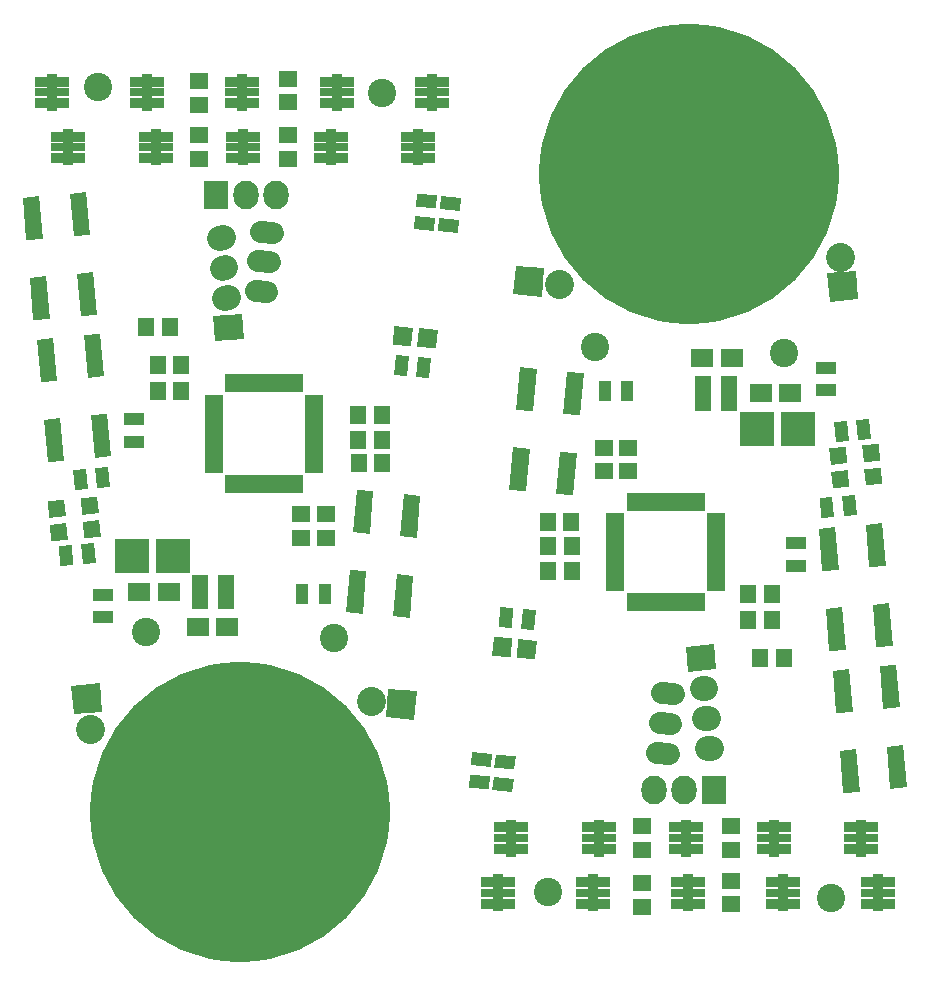
<source format=gts>
%MOIN*%
%OFA0B0*%
%FSLAX46Y46*%
%IPPOS*%
%LPD*%
%ADD10C,0.0039370078740157488*%
%ADD11R,0.064960629921259838X0.055118110236220472*%
%ADD12C,0.074848031496062992*%
%ADD13C,0.094488188976377951*%
%ADD14R,0.055118110236220472X0.064960629921259838*%
%ADD15R,0.074803149606299218X0.064960629921259838*%
%ADD16C,0.095748031496063*%
%ADD17R,0.1141732283464567X0.1141732283464567*%
%ADD18C,0.083748031496063011*%
%ADD19R,0.043307086614173235X0.066929133858267723*%
%ADD20R,0.066929133858267723X0.043307086614173235*%
%ADD21R,0.062992125984251982X0.03937007874015748*%
%ADD22R,0.03937007874015748X0.062992125984251982*%
%ADD23R,0.05748031496062992X0.041338582677165357*%
%ADD24R,0.083748031496063011X0.095748031496063*%
%ADD25O,0.083748031496063011X0.095748031496063*%
%ADD26C,1*%
%ADD27R,0.047244094488188976X0.035433070866141732*%
%ADD28R,0.047244094488188976X0.027559055118110236*%
%ADD29R,0.035433070866141732X0.055118110236220472*%
%ADD30R,0.035433070866141732X0.074015748031496062*%
%ADD41C,0.0039370078740157488*%
%ADD42R,0.064960629921259838X0.055118110236220472*%
%ADD43C,0.074848031496062992*%
%ADD44C,0.094488188976377951*%
%ADD45R,0.055118110236220472X0.064960629921259838*%
%ADD46R,0.074803149606299218X0.064960629921259838*%
%ADD47C,0.095748031496063*%
%ADD48R,0.1141732283464567X0.1141732283464567*%
%ADD49C,0.083748031496063011*%
%ADD50R,0.043307086614173235X0.066929133858267723*%
%ADD51R,0.066929133858267723X0.043307086614173235*%
%ADD52R,0.062992125984251982X0.03937007874015748*%
%ADD53R,0.03937007874015748X0.062992125984251982*%
%ADD54R,0.05748031496062992X0.041338582677165357*%
%ADD55R,0.083748031496063011X0.095748031496063*%
%ADD56O,0.083748031496063011X0.095748031496063*%
%ADD57C,1*%
%ADD58R,0.047244094488188976X0.035433070866141732*%
%ADD59R,0.047244094488188976X0.027559055118110236*%
%ADD60R,0.035433070866141732X0.055118110236220472*%
%ADD61R,0.035433070866141732X0.074015748031496062*%
G01*
D10*
D11*
X-0000708661Y0006181102D02*
X0002435039Y0002039370D03*
X0002435039Y0002118110D03*
D12*
X0002578630Y0001197880D02*
X0002539479Y0001201305D01*
X0002569914Y0001098260D02*
X0002530764Y0001101686D01*
X0002587345Y0001297500D02*
X0002548195Y0001300925D01*
D13*
X0002952918Y0002433577D03*
X0003111806Y0000617482D03*
D14*
X0002952755Y0001417322D03*
X0002874015Y0001417322D03*
X0002244094Y0001870078D03*
X0002165354Y0001870078D03*
X0002246062Y0001708661D03*
X0002167322Y0001708661D03*
D11*
X0002352362Y0002039370D03*
X0002352362Y0002118110D03*
D14*
X0002246062Y0001791338D03*
X0002167322Y0001791338D03*
D15*
X0002974409Y0002299212D03*
X0002875984Y0002299212D03*
X0002681102Y0002417322D03*
X0002779527Y0002417322D03*
D10*
G36*
X0001980046Y0001425240D02*
X0001985532Y0001487949D01*
X0002048241Y0001482463D01*
X0002042754Y0001419754D01*
X0001980046Y0001425240D01*
X0001980046Y0001425240D01*
G37*
G36*
X0002062332Y0001418041D02*
X0002067818Y0001480750D01*
X0002130526Y0001475264D01*
X0002125040Y0001412555D01*
X0002062332Y0001418041D01*
X0002062332Y0001418041D01*
G37*
G36*
X0003268744Y0002130555D02*
X0003273548Y0002075646D01*
X0003218640Y0002070843D01*
X0003213836Y0002125751D01*
X0003268744Y0002130555D01*
X0003268744Y0002130555D01*
G37*
G36*
X0003158927Y0002120947D02*
X0003163731Y0002066039D01*
X0003108823Y0002061235D01*
X0003104019Y0002116143D01*
X0003158927Y0002120947D01*
X0003158927Y0002120947D01*
G37*
G36*
X0003115685Y0001982794D02*
X0003110882Y0002037703D01*
X0003165790Y0002042506D01*
X0003170594Y0001987598D01*
X0003115685Y0001982794D01*
X0003115685Y0001982794D01*
G37*
G36*
X0003225502Y0001992402D02*
X0003220698Y0002047310D01*
X0003275607Y0002052114D01*
X0003280411Y0001997206D01*
X0003225502Y0001992402D01*
X0003225502Y0001992402D01*
G37*
G36*
X0002050497Y0002629708D02*
X0002058842Y0002725092D01*
X0002154226Y0002716747D01*
X0002145881Y0002621364D01*
X0002050497Y0002629708D01*
X0002050497Y0002629708D01*
G37*
D16*
X0002201981Y0002664512D02*
X0002201981Y0002664512D01*
D17*
X0003000000Y0002181102D03*
X0002862204Y0002181102D03*
D10*
G36*
X0002721207Y0001463209D02*
X0002728506Y0001379780D01*
X0002633123Y0001371435D01*
X0002625823Y0001454864D01*
X0002721207Y0001463209D01*
X0002721207Y0001463209D01*
G37*
D18*
X0002691858Y0001318226D02*
X0002679903Y0001317180D01*
X0002700573Y0001218606D02*
X0002688619Y0001217560D01*
X0002709289Y0001118987D02*
X0002697334Y0001117941D01*
D10*
G36*
X0003106086Y0002604041D02*
X0003097741Y0002699424D01*
X0003193125Y0002707769D01*
X0003201470Y0002612386D01*
X0003106086Y0002604041D01*
X0003106086Y0002604041D01*
G37*
D16*
X0003140890Y0002755525D02*
X0003140890Y0002755525D01*
D10*
G36*
X0003189772Y0001959744D02*
X0003195605Y0001893069D01*
X0003152462Y0001889295D01*
X0003146629Y0001955969D01*
X0003189772Y0001959744D01*
X0003189772Y0001959744D01*
G37*
G36*
X0003115253Y0001953224D02*
X0003121086Y0001886550D01*
X0003077944Y0001882775D01*
X0003072111Y0001949450D01*
X0003115253Y0001953224D01*
X0003115253Y0001953224D01*
G37*
D19*
X0002356299Y0002307086D03*
X0002431102Y0002307086D03*
D10*
G36*
X0002002165Y0001520662D02*
X0002007999Y0001587336D01*
X0002051141Y0001583562D01*
X0002045308Y0001516887D01*
X0002002165Y0001520662D01*
X0002002165Y0001520662D01*
G37*
G36*
X0002076684Y0001514142D02*
X0002082517Y0001580817D01*
X0002125660Y0001577042D01*
X0002119826Y0001510368D01*
X0002076684Y0001514142D01*
X0002076684Y0001514142D01*
G37*
G36*
X0003237835Y0002212820D02*
X0003243668Y0002146145D01*
X0003200525Y0002142371D01*
X0003194692Y0002209045D01*
X0003237835Y0002212820D01*
X0003237835Y0002212820D01*
G37*
G36*
X0003163316Y0002206300D02*
X0003169149Y0002139626D01*
X0003126007Y0002135851D01*
X0003120174Y0002202525D01*
X0003163316Y0002206300D01*
X0003163316Y0002206300D01*
G37*
D20*
X0003094488Y0002309055D03*
X0003094488Y0002383858D03*
D21*
X0002391732Y0001881889D03*
X0002391732Y0001850393D03*
X0002391732Y0001818897D03*
X0002391732Y0001787401D03*
X0002391732Y0001755905D03*
X0002391732Y0001724409D03*
X0002391732Y0001692913D03*
X0002391732Y0001661417D03*
D22*
X0002448818Y0001604330D03*
X0002480314Y0001604330D03*
X0002511811Y0001604330D03*
X0002543307Y0001604330D03*
X0002574803Y0001604330D03*
X0002606299Y0001604330D03*
X0002637795Y0001604330D03*
X0002669291Y0001604330D03*
D21*
X0002726377Y0001661417D03*
X0002726377Y0001692913D03*
X0002726377Y0001724409D03*
X0002726377Y0001755905D03*
X0002726377Y0001787401D03*
X0002726377Y0001818897D03*
X0002726377Y0001850393D03*
X0002726377Y0001881889D03*
D22*
X0002669291Y0001938976D03*
X0002637795Y0001938976D03*
X0002606299Y0001938976D03*
X0002574803Y0001938976D03*
X0002543307Y0001938976D03*
X0002511811Y0001938976D03*
X0002480314Y0001938976D03*
X0002448818Y0001938976D03*
D23*
X0002771653Y0002261811D03*
X0002771653Y0002299212D03*
X0002771653Y0002336614D03*
X0002685039Y0002336614D03*
X0002685039Y0002261811D03*
X0002685039Y0002299212D03*
D24*
X0002719685Y0000976377D03*
D25*
X0002619685Y0000976377D03*
X0002519685Y0000976377D03*
D14*
X0002834645Y0001629921D03*
X0002913385Y0001629921D03*
X0002834645Y0001543307D03*
X0002913385Y0001543307D03*
D11*
X0002480314Y0000667322D03*
X0002480314Y0000588582D03*
X0002775590Y0000675196D03*
X0002775590Y0000596456D03*
X0002480314Y0000777559D03*
X0002480314Y0000856299D03*
D20*
X0002992125Y0001799212D03*
X0002992125Y0001724409D03*
D13*
X0002165354Y0000637288D03*
X0002324242Y0002453383D03*
D26*
X0002637795Y0003031496D03*
D10*
G36*
X0002048552Y0000971859D02*
X0001981878Y0000977693D01*
X0001985652Y0001020835D01*
X0002052326Y0001015002D01*
X0002048552Y0000971859D01*
X0002048552Y0000971859D01*
G37*
G36*
X0002055072Y0001046378D02*
X0001988397Y0001052211D01*
X0001992172Y0001095353D01*
X0002058846Y0001089520D01*
X0002055072Y0001046378D01*
X0002055072Y0001046378D01*
G37*
G36*
X0001969812Y0000979733D02*
X0001903137Y0000985567D01*
X0001906912Y0001028709D01*
X0001973586Y0001022876D01*
X0001969812Y0000979733D01*
X0001969812Y0000979733D01*
G37*
G36*
X0001976331Y0001054252D02*
X0001909657Y0001060085D01*
X0001913431Y0001103227D01*
X0001980106Y0001097394D01*
X0001976331Y0001054252D01*
X0001976331Y0001054252D01*
G37*
G36*
X0003296189Y0001122308D02*
X0003351098Y0001127112D01*
X0003363450Y0000985919D01*
X0003308542Y0000981115D01*
X0003296189Y0001122308D01*
X0003296189Y0001122308D01*
G37*
G36*
X0003272856Y0001389006D02*
X0003327765Y0001393810D01*
X0003340117Y0001252617D01*
X0003285209Y0001247813D01*
X0003272856Y0001389006D01*
X0003272856Y0001389006D01*
G37*
G36*
X0003115975Y0001375281D02*
X0003170884Y0001380085D01*
X0003183236Y0001238892D01*
X0003128328Y0001234088D01*
X0003115975Y0001375281D01*
X0003115975Y0001375281D01*
G37*
G36*
X0003139308Y0001108583D02*
X0003194217Y0001113387D01*
X0003206569Y0000972194D01*
X0003151661Y0000967390D01*
X0003139308Y0001108583D01*
X0003139308Y0001108583D01*
G37*
G36*
X0003135992Y0001711333D02*
X0003081084Y0001706529D01*
X0003068731Y0001847722D01*
X0003123640Y0001852525D01*
X0003135992Y0001711333D01*
X0003135992Y0001711333D01*
G37*
G36*
X0003159325Y0001444635D02*
X0003104417Y0001439831D01*
X0003092064Y0001581024D01*
X0003146973Y0001585828D01*
X0003159325Y0001444635D01*
X0003159325Y0001444635D01*
G37*
G36*
X0003316206Y0001458360D02*
X0003261298Y0001453556D01*
X0003248945Y0001594749D01*
X0003303854Y0001599553D01*
X0003316206Y0001458360D01*
X0003316206Y0001458360D01*
G37*
G36*
X0003292873Y0001725058D02*
X0003237965Y0001720254D01*
X0003225612Y0001861447D01*
X0003280521Y0001866251D01*
X0003292873Y0001725058D01*
X0003292873Y0001725058D01*
G37*
G36*
X0002207357Y0002105513D02*
X0002262266Y0002100709D01*
X0002249913Y0001959516D01*
X0002195004Y0001964320D01*
X0002207357Y0002105513D01*
X0002207357Y0002105513D01*
G37*
G36*
X0002230690Y0002372210D02*
X0002285599Y0002367407D01*
X0002273246Y0002226214D01*
X0002218337Y0002231018D01*
X0002230690Y0002372210D01*
X0002230690Y0002372210D01*
G37*
G36*
X0002073809Y0002385936D02*
X0002128718Y0002381132D01*
X0002116365Y0002239939D01*
X0002061456Y0002244743D01*
X0002073809Y0002385936D01*
X0002073809Y0002385936D01*
G37*
G36*
X0002050476Y0002119238D02*
X0002105384Y0002114434D01*
X0002093032Y0001973241D01*
X0002038123Y0001978045D01*
X0002050476Y0002119238D01*
X0002050476Y0002119238D01*
G37*
D27*
X0002594531Y0000782283D03*
D28*
X0002594531Y0000817716D03*
X0002661461Y0000817716D03*
D27*
X0002594531Y0000853149D03*
X0002661461Y0000853149D03*
X0002661461Y0000782283D03*
D29*
X0002627996Y0000782283D03*
D30*
X0002627996Y0000840944D03*
D27*
X0002033464Y0000669291D03*
D28*
X0002033464Y0000633858D03*
X0001966535Y0000633858D03*
D27*
X0002033464Y0000598425D03*
X0001966535Y0000598425D03*
X0001966535Y0000669291D03*
D29*
X0002000000Y0000669291D03*
D30*
X0002000000Y0000610629D03*
D27*
X0003177646Y0000782283D03*
D28*
X0003177646Y0000817716D03*
X0003244575Y0000817716D03*
D27*
X0003177646Y0000853149D03*
X0003244575Y0000853149D03*
X0003244575Y0000782283D03*
D29*
X0003211111Y0000782283D03*
D30*
X0003211111Y0000840944D03*
D27*
X0002349901Y0000669291D03*
D28*
X0002349901Y0000633858D03*
X0002282972Y0000633858D03*
D27*
X0002349901Y0000598425D03*
X0002282972Y0000598425D03*
X0002282972Y0000669291D03*
D29*
X0002316437Y0000669291D03*
D30*
X0002316437Y0000610629D03*
D27*
X0002886089Y0000782283D03*
D28*
X0002886089Y0000817716D03*
X0002953018Y0000817716D03*
D27*
X0002886089Y0000853149D03*
X0002953018Y0000853149D03*
X0002953018Y0000782283D03*
D29*
X0002919553Y0000782283D03*
D30*
X0002919553Y0000840944D03*
D27*
X0002666338Y0000669291D03*
D28*
X0002666338Y0000633858D03*
X0002599409Y0000633858D03*
D27*
X0002666338Y0000598425D03*
X0002599409Y0000598425D03*
X0002599409Y0000669291D03*
D29*
X0002632874Y0000669291D03*
D30*
X0002632874Y0000610629D03*
D27*
X0002982775Y0000669291D03*
D28*
X0002982775Y0000633858D03*
X0002915846Y0000633858D03*
D27*
X0002982775Y0000598425D03*
X0002915846Y0000598425D03*
X0002915846Y0000669291D03*
D29*
X0002949311Y0000669291D03*
D30*
X0002949311Y0000610629D03*
D27*
X0002302974Y0000782283D03*
D28*
X0002302974Y0000817716D03*
X0002369903Y0000817716D03*
D27*
X0002302974Y0000853149D03*
X0002369903Y0000853149D03*
X0002369903Y0000782283D03*
D29*
X0002336439Y0000782283D03*
D30*
X0002336439Y0000840944D03*
D27*
X0003299212Y0000669291D03*
D28*
X0003299212Y0000633858D03*
X0003232283Y0000633858D03*
D27*
X0003299212Y0000598425D03*
X0003232283Y0000598425D03*
X0003232283Y0000669291D03*
D29*
X0003265748Y0000669291D03*
D30*
X0003265748Y0000610629D03*
D27*
X0002011417Y0000782283D03*
D28*
X0002011417Y0000817716D03*
X0002078346Y0000817716D03*
D27*
X0002011417Y0000853149D03*
X0002078346Y0000853149D03*
X0002078346Y0000782283D03*
D29*
X0002044881Y0000782283D03*
D30*
X0002044881Y0000840944D03*
D11*
X0002775590Y0000777559D03*
X0002775590Y0000856299D03*
G04 next file*
G04 #@! TF.FileFunction,Soldermask,Top*
G04 Gerber Fmt 4.6, Leading zero omitted, Abs format (unit mm)*
G04 Created by KiCad (PCBNEW 4.0.2-stable) date Friday, February 24, 2017 'AMt' 12:00:47 AM*
G01*
G04 APERTURE LIST*
G04 APERTURE END LIST*
D41*
D42*
X0004488188Y-0002244094D02*
X0001344488Y0001897637D03*
X0001344488Y0001818897D03*
D43*
X0001200897Y0002739127D02*
X0001240047Y0002735702D01*
X0001209612Y0002838746D02*
X0001248763Y0002835321D01*
X0001192181Y0002639507D02*
X0001231332Y0002636082D01*
D44*
X0000826608Y0001503430D03*
X0000667721Y0003319525D03*
D45*
X0000826771Y0002519685D03*
X0000905511Y0002519685D03*
X0001535433Y0002066929D03*
X0001614173Y0002066929D03*
X0001533464Y0002228346D03*
X0001612204Y0002228346D03*
D42*
X0001427165Y0001897637D03*
X0001427165Y0001818897D03*
D45*
X0001533464Y0002145669D03*
X0001612204Y0002145669D03*
D46*
X0000805118Y0001637795D03*
X0000903543Y0001637795D03*
X0001098425Y0001519685D03*
X0001000000Y0001519685D03*
D41*
G36*
X0001799481Y0002511766D02*
X0001793994Y0002449058D01*
X0001731286Y0002454544D01*
X0001736772Y0002517253D01*
X0001799481Y0002511766D01*
X0001799481Y0002511766D01*
G37*
G36*
X0001717195Y0002518965D02*
X0001711709Y0002456257D01*
X0001649000Y0002461743D01*
X0001654486Y0002524452D01*
X0001717195Y0002518965D01*
X0001717195Y0002518965D01*
G37*
G36*
X0000510783Y0001806452D02*
X0000505979Y0001861360D01*
X0000560887Y0001866164D01*
X0000565691Y0001811256D01*
X0000510783Y0001806452D01*
X0000510783Y0001806452D01*
G37*
G36*
X0000620599Y0001816060D02*
X0000615795Y0001870968D01*
X0000670704Y0001875772D01*
X0000675508Y0001820864D01*
X0000620599Y0001816060D01*
X0000620599Y0001816060D01*
G37*
G36*
X0000663841Y0001954213D02*
X0000668645Y0001899304D01*
X0000613737Y0001894500D01*
X0000608933Y0001949409D01*
X0000663841Y0001954213D01*
X0000663841Y0001954213D01*
G37*
G36*
X0000554024Y0001944605D02*
X0000558828Y0001889697D01*
X0000503920Y0001884893D01*
X0000499116Y0001939801D01*
X0000554024Y0001944605D01*
X0000554024Y0001944605D01*
G37*
G36*
X0001729029Y0001307298D02*
X0001720684Y0001211915D01*
X0001625301Y0001220260D01*
X0001633646Y0001315643D01*
X0001729029Y0001307298D01*
X0001729029Y0001307298D01*
G37*
D47*
X0001577545Y0001272495D02*
X0001577545Y0001272495D01*
D48*
X0000779527Y0001755905D03*
X0000917322Y0001755905D03*
D41*
G36*
X0001058319Y0002473797D02*
X0001051020Y0002557227D01*
X0001146404Y0002565572D01*
X0001153703Y0002482142D01*
X0001058319Y0002473797D01*
X0001058319Y0002473797D01*
G37*
D49*
X0001087669Y0002618781D02*
X0001099623Y0002619827D01*
X0001078953Y0002718401D02*
X0001090908Y0002719446D01*
X0001070238Y0002818020D02*
X0001082192Y0002819066D01*
D41*
G36*
X0000673440Y0001332966D02*
X0000681785Y0001237583D01*
X0000586401Y0001229238D01*
X0000578056Y0001324621D01*
X0000673440Y0001332966D01*
X0000673440Y0001332966D01*
G37*
D47*
X0000638636Y0001181482D02*
X0000638636Y0001181482D01*
D41*
G36*
X0000589755Y0001977263D02*
X0000583922Y0002043938D01*
X0000627064Y0002047712D01*
X0000632897Y0001981038D01*
X0000589755Y0001977263D01*
X0000589755Y0001977263D01*
G37*
G36*
X0000664274Y0001983783D02*
X0000658440Y0002050457D01*
X0000701583Y0002054232D01*
X0000707416Y0001987557D01*
X0000664274Y0001983783D01*
X0000664274Y0001983783D01*
G37*
D50*
X0001423228Y0001629921D03*
X0001348425Y0001629921D03*
D41*
G36*
X0001777361Y0002416345D02*
X0001771528Y0002349671D01*
X0001728386Y0002353445D01*
X0001734219Y0002420120D01*
X0001777361Y0002416345D01*
X0001777361Y0002416345D01*
G37*
G36*
X0001702843Y0002422865D02*
X0001697009Y0002356190D01*
X0001653867Y0002359965D01*
X0001659700Y0002426639D01*
X0001702843Y0002422865D01*
X0001702843Y0002422865D01*
G37*
G36*
X0000541692Y0001724187D02*
X0000535859Y0001790862D01*
X0000579001Y0001794636D01*
X0000584834Y0001727962D01*
X0000541692Y0001724187D01*
X0000541692Y0001724187D01*
G37*
G36*
X0000616211Y0001730707D02*
X0000610377Y0001797381D01*
X0000653520Y0001801156D01*
X0000659353Y0001734481D01*
X0000616211Y0001730707D01*
X0000616211Y0001730707D01*
G37*
D51*
X0000685039Y0001627952D03*
X0000685039Y0001553149D03*
D52*
X0001387795Y0002055118D03*
X0001387795Y0002086614D03*
X0001387795Y0002118110D03*
X0001387795Y0002149606D03*
X0001387795Y0002181102D03*
X0001387795Y0002212598D03*
X0001387795Y0002244094D03*
X0001387795Y0002275590D03*
D53*
X0001330708Y0002332677D03*
X0001299212Y0002332677D03*
X0001267716Y0002332677D03*
X0001236220Y0002332677D03*
X0001204724Y0002332677D03*
X0001173228Y0002332677D03*
X0001141732Y0002332677D03*
X0001110236Y0002332677D03*
D52*
X0001053149Y0002275590D03*
X0001053149Y0002244094D03*
X0001053149Y0002212598D03*
X0001053149Y0002181102D03*
X0001053149Y0002149606D03*
X0001053149Y0002118110D03*
X0001053149Y0002086614D03*
X0001053149Y0002055118D03*
D53*
X0001110236Y0001998031D03*
X0001141732Y0001998031D03*
X0001173228Y0001998031D03*
X0001204724Y0001998031D03*
X0001236220Y0001998031D03*
X0001267716Y0001998031D03*
X0001299212Y0001998031D03*
X0001330708Y0001998031D03*
D54*
X0001007874Y0001675196D03*
X0001007874Y0001637795D03*
X0001007874Y0001600393D03*
X0001094488Y0001600393D03*
X0001094488Y0001675196D03*
X0001094488Y0001637795D03*
D55*
X0001059842Y0002960629D03*
D56*
X0001159842Y0002960629D03*
X0001259842Y0002960629D03*
D45*
X0000944881Y0002307086D03*
X0000866141Y0002307086D03*
X0000944881Y0002393700D03*
X0000866141Y0002393700D03*
D42*
X0001299212Y0003269685D03*
X0001299212Y0003348425D03*
X0001003937Y0003261811D03*
X0001003937Y0003340551D03*
X0001299212Y0003159448D03*
X0001299212Y0003080708D03*
D51*
X0000787401Y0002137795D03*
X0000787401Y0002212598D03*
D44*
X0001614173Y0003299718D03*
X0001455285Y0001483624D03*
D57*
X0001141732Y0000905511D03*
D41*
G36*
X0001730975Y0002965147D02*
X0001797649Y0002959314D01*
X0001793875Y0002916172D01*
X0001727200Y0002922005D01*
X0001730975Y0002965147D01*
X0001730975Y0002965147D01*
G37*
G36*
X0001724455Y0002890629D02*
X0001791129Y0002884796D01*
X0001787355Y0002841653D01*
X0001720681Y0002847487D01*
X0001724455Y0002890629D01*
X0001724455Y0002890629D01*
G37*
G36*
X0001809715Y0002957273D02*
X0001876389Y0002951440D01*
X0001872615Y0002908298D01*
X0001805940Y0002914131D01*
X0001809715Y0002957273D01*
X0001809715Y0002957273D01*
G37*
G36*
X0001803195Y0002882755D02*
X0001869870Y0002876922D01*
X0001866095Y0002833779D01*
X0001799421Y0002839613D01*
X0001803195Y0002882755D01*
X0001803195Y0002882755D01*
G37*
G36*
X0000483337Y0002814699D02*
X0000428429Y0002809895D01*
X0000416076Y0002951088D01*
X0000470984Y0002955892D01*
X0000483337Y0002814699D01*
X0000483337Y0002814699D01*
G37*
G36*
X0000506670Y0002548001D02*
X0000451762Y0002543197D01*
X0000439409Y0002684390D01*
X0000494317Y0002689194D01*
X0000506670Y0002548001D01*
X0000506670Y0002548001D01*
G37*
G36*
X0000663551Y0002561726D02*
X0000608643Y0002556922D01*
X0000596290Y0002698115D01*
X0000651199Y0002702919D01*
X0000663551Y0002561726D01*
X0000663551Y0002561726D01*
G37*
G36*
X0000640218Y0002828424D02*
X0000585310Y0002823620D01*
X0000572957Y0002964813D01*
X0000627866Y0002969617D01*
X0000640218Y0002828424D01*
X0000640218Y0002828424D01*
G37*
G36*
X0000643534Y0002225674D02*
X0000698443Y0002230478D01*
X0000710795Y0002089285D01*
X0000655887Y0002084481D01*
X0000643534Y0002225674D01*
X0000643534Y0002225674D01*
G37*
G36*
X0000620201Y0002492372D02*
X0000675110Y0002497176D01*
X0000687462Y0002355983D01*
X0000632554Y0002351179D01*
X0000620201Y0002492372D01*
X0000620201Y0002492372D01*
G37*
G36*
X0000463320Y0002478647D02*
X0000518229Y0002483451D01*
X0000530581Y0002342258D01*
X0000475673Y0002337454D01*
X0000463320Y0002478647D01*
X0000463320Y0002478647D01*
G37*
G36*
X0000486653Y0002211949D02*
X0000541562Y0002216753D01*
X0000553914Y0002075560D01*
X0000499006Y0002070756D01*
X0000486653Y0002211949D01*
X0000486653Y0002211949D01*
G37*
G36*
X0001572169Y0001831494D02*
X0001517261Y0001836298D01*
X0001529614Y0001977491D01*
X0001584522Y0001972687D01*
X0001572169Y0001831494D01*
X0001572169Y0001831494D01*
G37*
G36*
X0001548836Y0001564796D02*
X0001493928Y0001569600D01*
X0001506281Y0001710793D01*
X0001561189Y0001705989D01*
X0001548836Y0001564796D01*
X0001548836Y0001564796D01*
G37*
G36*
X0001705717Y0001551071D02*
X0001650809Y0001555875D01*
X0001663162Y0001697068D01*
X0001718070Y0001692264D01*
X0001705717Y0001551071D01*
X0001705717Y0001551071D01*
G37*
G36*
X0001729050Y0001817769D02*
X0001674142Y0001822573D01*
X0001686495Y0001963766D01*
X0001741403Y0001958962D01*
X0001729050Y0001817769D01*
X0001729050Y0001817769D01*
G37*
D58*
X0001184995Y0003154724D03*
D59*
X0001184995Y0003119291D03*
X0001118066Y0003119291D03*
D58*
X0001184995Y0003083858D03*
X0001118066Y0003083858D03*
X0001118066Y0003154724D03*
D60*
X0001151531Y0003154724D03*
D61*
X0001151531Y0003096062D03*
D58*
X0001746062Y0003267716D03*
D59*
X0001746062Y0003303149D03*
X0001812992Y0003303149D03*
D58*
X0001746062Y0003338582D03*
X0001812992Y0003338582D03*
X0001812992Y0003267716D03*
D60*
X0001779527Y0003267716D03*
D61*
X0001779527Y0003326377D03*
D58*
X0000601881Y0003154724D03*
D59*
X0000601881Y0003119291D03*
X0000534951Y0003119291D03*
D58*
X0000601881Y0003083858D03*
X0000534951Y0003083858D03*
X0000534951Y0003154724D03*
D60*
X0000568416Y0003154724D03*
D61*
X0000568416Y0003096062D03*
D58*
X0001429625Y0003267716D03*
D59*
X0001429625Y0003303149D03*
X0001496555Y0003303149D03*
D58*
X0001429625Y0003338582D03*
X0001496555Y0003338582D03*
X0001496555Y0003267716D03*
D60*
X0001463090Y0003267716D03*
D61*
X0001463090Y0003326377D03*
D58*
X0000893438Y0003154724D03*
D59*
X0000893438Y0003119291D03*
X0000826509Y0003119291D03*
D58*
X0000893438Y0003083858D03*
X0000826509Y0003083858D03*
X0000826509Y0003154724D03*
D60*
X0000859973Y0003154724D03*
D61*
X0000859973Y0003096062D03*
D58*
X0001113188Y0003267716D03*
D59*
X0001113188Y0003303149D03*
X0001180118Y0003303149D03*
D58*
X0001113188Y0003338582D03*
X0001180118Y0003338582D03*
X0001180118Y0003267716D03*
D60*
X0001146653Y0003267716D03*
D61*
X0001146653Y0003326377D03*
D58*
X0000796751Y0003267716D03*
D59*
X0000796751Y0003303149D03*
X0000863681Y0003303149D03*
D58*
X0000796751Y0003338582D03*
X0000863681Y0003338582D03*
X0000863681Y0003267716D03*
D60*
X0000830216Y0003267716D03*
D61*
X0000830216Y0003326377D03*
D58*
X0001476552Y0003154724D03*
D59*
X0001476552Y0003119291D03*
X0001409623Y0003119291D03*
D58*
X0001476552Y0003083858D03*
X0001409623Y0003083858D03*
X0001409623Y0003154724D03*
D60*
X0001443088Y0003154724D03*
D61*
X0001443088Y0003096062D03*
D58*
X0000480314Y0003267716D03*
D59*
X0000480314Y0003303149D03*
X0000547244Y0003303149D03*
D58*
X0000480314Y0003338582D03*
X0000547244Y0003338582D03*
X0000547244Y0003267716D03*
D60*
X0000513779Y0003267716D03*
D61*
X0000513779Y0003326377D03*
D58*
X0001768110Y0003154724D03*
D59*
X0001768110Y0003119291D03*
X0001701181Y0003119291D03*
D58*
X0001768110Y0003083858D03*
X0001701181Y0003083858D03*
X0001701181Y0003154724D03*
D60*
X0001734645Y0003154724D03*
D61*
X0001734645Y0003096062D03*
D42*
X0001003937Y0003159448D03*
X0001003937Y0003080708D03*
M02*
</source>
